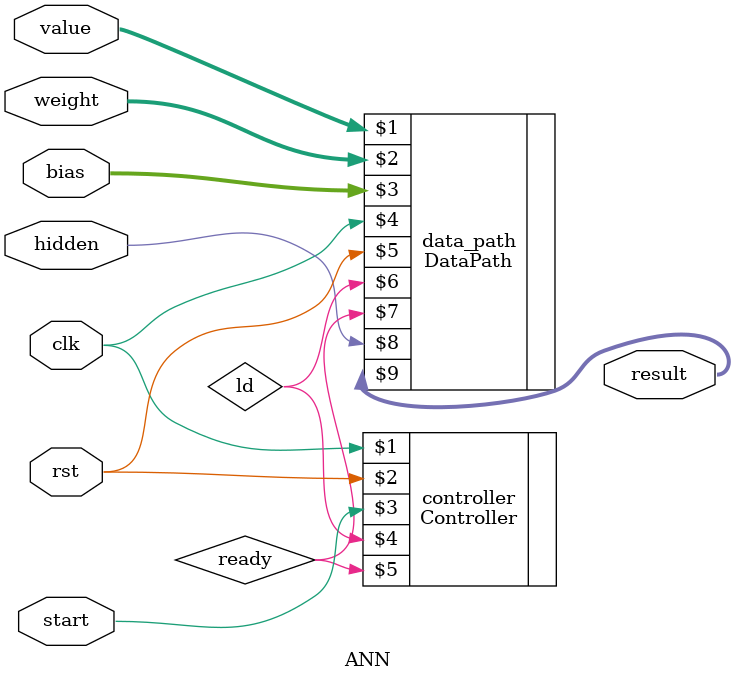
<source format=v>
`timescale 1ns/1ns

module ANN # (
		parameter DW = 8,
		parameter DW_VEC = 8,
		parameter O_VEC = 21
	)(input wire[DW-1:0] value, weight, bias,input wire clk, rst, start,hidden, output wire [DW_VEC-1:0] result);

    wire [2:0] offset;
    wire read, ld, ready;
    DataPath #(.DW(DW),
					.DW_VEC(DW_VEC),
					.O_VEC(O_VEC)
			 ) data_path(value, weight, bias,clk, rst, ld, ready,hidden,result);
    Controller controller(clk, rst, start, ld, ready);

endmodule

</source>
